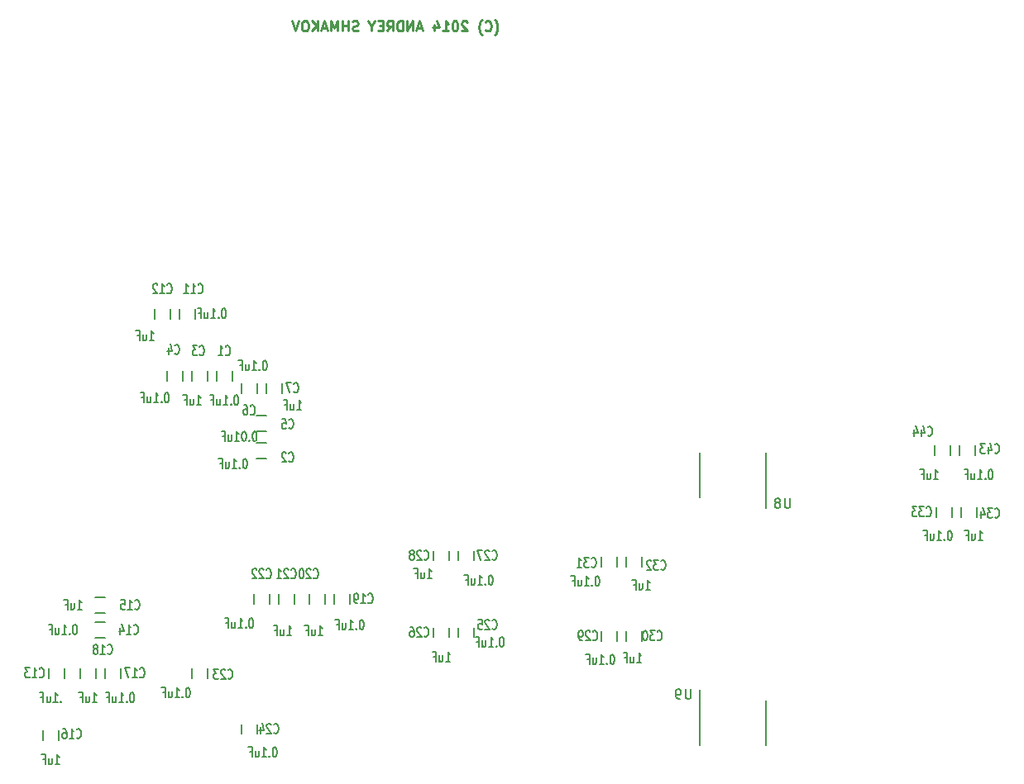
<source format=gbo>
G04 (created by PCBNEW (2013-mar-13)-testing) date Sun 30 Mar 2014 08:45:38 PM PDT*
%MOIN*%
G04 Gerber Fmt 3.4, Leading zero omitted, Abs format*
%FSLAX34Y34*%
G01*
G70*
G90*
G04 APERTURE LIST*
%ADD10C,0.005906*%
%ADD11C,0.010000*%
%ADD12C,0.006000*%
G04 APERTURE END LIST*
G54D10*
G54D11*
X92390Y-20233D02*
X92409Y-20214D01*
X92447Y-20157D01*
X92466Y-20119D01*
X92485Y-20061D01*
X92504Y-19966D01*
X92504Y-19890D01*
X92485Y-19795D01*
X92466Y-19738D01*
X92447Y-19700D01*
X92409Y-19642D01*
X92390Y-19623D01*
X92009Y-20042D02*
X92028Y-20061D01*
X92085Y-20080D01*
X92123Y-20080D01*
X92180Y-20061D01*
X92219Y-20023D01*
X92238Y-19985D01*
X92257Y-19909D01*
X92257Y-19852D01*
X92238Y-19776D01*
X92219Y-19738D01*
X92180Y-19700D01*
X92123Y-19680D01*
X92085Y-19680D01*
X92028Y-19700D01*
X92009Y-19719D01*
X91876Y-20233D02*
X91857Y-20214D01*
X91819Y-20157D01*
X91799Y-20119D01*
X91780Y-20061D01*
X91761Y-19966D01*
X91761Y-19890D01*
X91780Y-19795D01*
X91799Y-19738D01*
X91819Y-19700D01*
X91857Y-19642D01*
X91876Y-19623D01*
X91285Y-19719D02*
X91266Y-19700D01*
X91228Y-19680D01*
X91133Y-19680D01*
X91095Y-19700D01*
X91076Y-19719D01*
X91057Y-19757D01*
X91057Y-19795D01*
X91076Y-19852D01*
X91304Y-20080D01*
X91057Y-20080D01*
X90809Y-19680D02*
X90771Y-19680D01*
X90733Y-19700D01*
X90714Y-19719D01*
X90695Y-19757D01*
X90676Y-19833D01*
X90676Y-19928D01*
X90695Y-20004D01*
X90714Y-20042D01*
X90733Y-20061D01*
X90771Y-20080D01*
X90809Y-20080D01*
X90847Y-20061D01*
X90866Y-20042D01*
X90885Y-20004D01*
X90904Y-19928D01*
X90904Y-19833D01*
X90885Y-19757D01*
X90866Y-19719D01*
X90847Y-19700D01*
X90809Y-19680D01*
X90295Y-20080D02*
X90523Y-20080D01*
X90409Y-20080D02*
X90409Y-19680D01*
X90447Y-19738D01*
X90485Y-19776D01*
X90523Y-19795D01*
X89952Y-19814D02*
X89952Y-20080D01*
X90047Y-19661D02*
X90142Y-19947D01*
X89895Y-19947D01*
X89457Y-19966D02*
X89266Y-19966D01*
X89495Y-20080D02*
X89361Y-19680D01*
X89228Y-20080D01*
X89095Y-20080D02*
X89095Y-19680D01*
X88866Y-20080D01*
X88866Y-19680D01*
X88676Y-20080D02*
X88676Y-19680D01*
X88580Y-19680D01*
X88523Y-19700D01*
X88485Y-19738D01*
X88466Y-19776D01*
X88447Y-19852D01*
X88447Y-19909D01*
X88466Y-19985D01*
X88485Y-20023D01*
X88523Y-20061D01*
X88580Y-20080D01*
X88676Y-20080D01*
X88047Y-20080D02*
X88180Y-19890D01*
X88276Y-20080D02*
X88276Y-19680D01*
X88123Y-19680D01*
X88085Y-19700D01*
X88066Y-19719D01*
X88047Y-19757D01*
X88047Y-19814D01*
X88066Y-19852D01*
X88085Y-19871D01*
X88123Y-19890D01*
X88276Y-19890D01*
X87876Y-19871D02*
X87742Y-19871D01*
X87685Y-20080D02*
X87876Y-20080D01*
X87876Y-19680D01*
X87685Y-19680D01*
X87438Y-19890D02*
X87438Y-20080D01*
X87571Y-19680D02*
X87438Y-19890D01*
X87304Y-19680D01*
X86885Y-20061D02*
X86828Y-20080D01*
X86733Y-20080D01*
X86695Y-20061D01*
X86676Y-20042D01*
X86657Y-20004D01*
X86657Y-19966D01*
X86676Y-19928D01*
X86695Y-19909D01*
X86733Y-19890D01*
X86809Y-19871D01*
X86847Y-19852D01*
X86866Y-19833D01*
X86885Y-19795D01*
X86885Y-19757D01*
X86866Y-19719D01*
X86847Y-19700D01*
X86809Y-19680D01*
X86714Y-19680D01*
X86657Y-19700D01*
X86485Y-20080D02*
X86485Y-19680D01*
X86485Y-19871D02*
X86257Y-19871D01*
X86257Y-20080D02*
X86257Y-19680D01*
X86066Y-20080D02*
X86066Y-19680D01*
X85933Y-19966D01*
X85800Y-19680D01*
X85800Y-20080D01*
X85628Y-19966D02*
X85438Y-19966D01*
X85666Y-20080D02*
X85533Y-19680D01*
X85400Y-20080D01*
X85266Y-20080D02*
X85266Y-19680D01*
X85038Y-20080D02*
X85209Y-19852D01*
X85038Y-19680D02*
X85266Y-19909D01*
X84790Y-19680D02*
X84714Y-19680D01*
X84676Y-19700D01*
X84638Y-19738D01*
X84619Y-19814D01*
X84619Y-19947D01*
X84638Y-20023D01*
X84676Y-20061D01*
X84714Y-20080D01*
X84790Y-20080D01*
X84828Y-20061D01*
X84866Y-20023D01*
X84885Y-19947D01*
X84885Y-19814D01*
X84866Y-19738D01*
X84828Y-19700D01*
X84790Y-19680D01*
X84504Y-19680D02*
X84371Y-20080D01*
X84238Y-19680D01*
G54D10*
X81185Y-34196D02*
X81185Y-33803D01*
X81814Y-34196D02*
X81814Y-33803D01*
X82803Y-36685D02*
X83196Y-36685D01*
X82803Y-37314D02*
X83196Y-37314D01*
X80814Y-33803D02*
X80814Y-34196D01*
X80185Y-33803D02*
X80185Y-34196D01*
X79814Y-33803D02*
X79814Y-34196D01*
X79185Y-33803D02*
X79185Y-34196D01*
X82803Y-35585D02*
X83196Y-35585D01*
X82803Y-36214D02*
X83196Y-36214D01*
X82814Y-34303D02*
X82814Y-34696D01*
X82185Y-34303D02*
X82185Y-34696D01*
X83814Y-34303D02*
X83814Y-34696D01*
X83185Y-34303D02*
X83185Y-34696D01*
X80314Y-31303D02*
X80314Y-31696D01*
X79685Y-31303D02*
X79685Y-31696D01*
X79314Y-31303D02*
X79314Y-31696D01*
X78685Y-31303D02*
X78685Y-31696D01*
X75064Y-45803D02*
X75064Y-46196D01*
X74435Y-45803D02*
X74435Y-46196D01*
X76696Y-44564D02*
X76303Y-44564D01*
X76696Y-43935D02*
X76303Y-43935D01*
X76696Y-43564D02*
X76303Y-43564D01*
X76696Y-42935D02*
X76303Y-42935D01*
X74185Y-48696D02*
X74185Y-48303D01*
X74814Y-48696D02*
X74814Y-48303D01*
X77314Y-45803D02*
X77314Y-46196D01*
X76685Y-45803D02*
X76685Y-46196D01*
X76314Y-45803D02*
X76314Y-46196D01*
X75685Y-45803D02*
X75685Y-46196D01*
X85935Y-43196D02*
X85935Y-42803D01*
X86564Y-43196D02*
X86564Y-42803D01*
X84935Y-43196D02*
X84935Y-42803D01*
X85564Y-43196D02*
X85564Y-42803D01*
X83685Y-43196D02*
X83685Y-42803D01*
X84314Y-43196D02*
X84314Y-42803D01*
X82685Y-43196D02*
X82685Y-42803D01*
X83314Y-43196D02*
X83314Y-42803D01*
X80814Y-45803D02*
X80814Y-46196D01*
X80185Y-45803D02*
X80185Y-46196D01*
X82185Y-48446D02*
X82185Y-48053D01*
X82814Y-48446D02*
X82814Y-48053D01*
X90935Y-44546D02*
X90935Y-44153D01*
X91564Y-44546D02*
X91564Y-44153D01*
X89935Y-44546D02*
X89935Y-44153D01*
X90564Y-44546D02*
X90564Y-44153D01*
X91564Y-41053D02*
X91564Y-41446D01*
X90935Y-41053D02*
X90935Y-41446D01*
X90564Y-41053D02*
X90564Y-41446D01*
X89935Y-41053D02*
X89935Y-41446D01*
X96685Y-44696D02*
X96685Y-44303D01*
X97314Y-44696D02*
X97314Y-44303D01*
X97685Y-44696D02*
X97685Y-44303D01*
X98314Y-44696D02*
X98314Y-44303D01*
X97314Y-41303D02*
X97314Y-41696D01*
X96685Y-41303D02*
X96685Y-41696D01*
X98314Y-41303D02*
X98314Y-41696D01*
X97685Y-41303D02*
X97685Y-41696D01*
X110185Y-39696D02*
X110185Y-39303D01*
X110814Y-39696D02*
X110814Y-39303D01*
X111185Y-39696D02*
X111185Y-39303D01*
X111814Y-39696D02*
X111814Y-39303D01*
X111764Y-36803D02*
X111764Y-37196D01*
X111135Y-36803D02*
X111135Y-37196D01*
X110764Y-36803D02*
X110764Y-37196D01*
X110135Y-36803D02*
X110135Y-37196D01*
X100661Y-37094D02*
X100661Y-38905D01*
X103338Y-37094D02*
X103338Y-39338D01*
X103338Y-48905D02*
X103338Y-47094D01*
X100661Y-48905D02*
X100661Y-46661D01*
G54D12*
X81550Y-33142D02*
X81564Y-33161D01*
X81607Y-33180D01*
X81635Y-33180D01*
X81678Y-33161D01*
X81707Y-33123D01*
X81721Y-33085D01*
X81735Y-33009D01*
X81735Y-32952D01*
X81721Y-32876D01*
X81707Y-32838D01*
X81678Y-32800D01*
X81635Y-32780D01*
X81607Y-32780D01*
X81564Y-32800D01*
X81550Y-32819D01*
X81264Y-33180D02*
X81435Y-33180D01*
X81350Y-33180D02*
X81350Y-32780D01*
X81378Y-32838D01*
X81407Y-32876D01*
X81435Y-32895D01*
X81992Y-34780D02*
X81964Y-34780D01*
X81935Y-34800D01*
X81921Y-34819D01*
X81907Y-34857D01*
X81892Y-34933D01*
X81892Y-35028D01*
X81907Y-35104D01*
X81921Y-35142D01*
X81935Y-35161D01*
X81964Y-35180D01*
X81992Y-35180D01*
X82021Y-35161D01*
X82035Y-35142D01*
X82049Y-35104D01*
X82064Y-35028D01*
X82064Y-34933D01*
X82049Y-34857D01*
X82035Y-34819D01*
X82021Y-34800D01*
X81992Y-34780D01*
X81764Y-35142D02*
X81750Y-35161D01*
X81764Y-35180D01*
X81778Y-35161D01*
X81764Y-35142D01*
X81764Y-35180D01*
X81464Y-35180D02*
X81635Y-35180D01*
X81550Y-35180D02*
X81550Y-34780D01*
X81578Y-34838D01*
X81607Y-34876D01*
X81635Y-34895D01*
X81207Y-34914D02*
X81207Y-35180D01*
X81335Y-34914D02*
X81335Y-35123D01*
X81321Y-35161D01*
X81292Y-35180D01*
X81250Y-35180D01*
X81221Y-35161D01*
X81207Y-35142D01*
X80964Y-34971D02*
X81064Y-34971D01*
X81064Y-35180D02*
X81064Y-34780D01*
X80921Y-34780D01*
X84100Y-37442D02*
X84114Y-37461D01*
X84157Y-37480D01*
X84185Y-37480D01*
X84228Y-37461D01*
X84257Y-37423D01*
X84271Y-37385D01*
X84285Y-37309D01*
X84285Y-37252D01*
X84271Y-37176D01*
X84257Y-37138D01*
X84228Y-37100D01*
X84185Y-37080D01*
X84157Y-37080D01*
X84114Y-37100D01*
X84100Y-37119D01*
X83985Y-37119D02*
X83971Y-37100D01*
X83942Y-37080D01*
X83871Y-37080D01*
X83842Y-37100D01*
X83828Y-37119D01*
X83814Y-37157D01*
X83814Y-37195D01*
X83828Y-37252D01*
X84000Y-37480D01*
X83814Y-37480D01*
X82342Y-37330D02*
X82314Y-37330D01*
X82285Y-37350D01*
X82271Y-37369D01*
X82257Y-37407D01*
X82242Y-37483D01*
X82242Y-37578D01*
X82257Y-37654D01*
X82271Y-37692D01*
X82285Y-37711D01*
X82314Y-37730D01*
X82342Y-37730D01*
X82371Y-37711D01*
X82385Y-37692D01*
X82399Y-37654D01*
X82414Y-37578D01*
X82414Y-37483D01*
X82399Y-37407D01*
X82385Y-37369D01*
X82371Y-37350D01*
X82342Y-37330D01*
X82114Y-37692D02*
X82100Y-37711D01*
X82114Y-37730D01*
X82128Y-37711D01*
X82114Y-37692D01*
X82114Y-37730D01*
X81814Y-37730D02*
X81985Y-37730D01*
X81900Y-37730D02*
X81900Y-37330D01*
X81928Y-37388D01*
X81957Y-37426D01*
X81985Y-37445D01*
X81557Y-37464D02*
X81557Y-37730D01*
X81685Y-37464D02*
X81685Y-37673D01*
X81671Y-37711D01*
X81642Y-37730D01*
X81600Y-37730D01*
X81571Y-37711D01*
X81557Y-37692D01*
X81314Y-37521D02*
X81414Y-37521D01*
X81414Y-37730D02*
X81414Y-37330D01*
X81271Y-37330D01*
X80500Y-33142D02*
X80514Y-33161D01*
X80557Y-33180D01*
X80585Y-33180D01*
X80628Y-33161D01*
X80657Y-33123D01*
X80671Y-33085D01*
X80685Y-33009D01*
X80685Y-32952D01*
X80671Y-32876D01*
X80657Y-32838D01*
X80628Y-32800D01*
X80585Y-32780D01*
X80557Y-32780D01*
X80514Y-32800D01*
X80500Y-32819D01*
X80400Y-32780D02*
X80214Y-32780D01*
X80314Y-32933D01*
X80271Y-32933D01*
X80242Y-32952D01*
X80228Y-32971D01*
X80214Y-33009D01*
X80214Y-33104D01*
X80228Y-33142D01*
X80242Y-33161D01*
X80271Y-33180D01*
X80357Y-33180D01*
X80385Y-33161D01*
X80400Y-33142D01*
X80378Y-35180D02*
X80550Y-35180D01*
X80464Y-35180D02*
X80464Y-34780D01*
X80492Y-34838D01*
X80521Y-34876D01*
X80550Y-34895D01*
X80121Y-34914D02*
X80121Y-35180D01*
X80250Y-34914D02*
X80250Y-35123D01*
X80235Y-35161D01*
X80207Y-35180D01*
X80164Y-35180D01*
X80135Y-35161D01*
X80121Y-35142D01*
X79878Y-34971D02*
X79978Y-34971D01*
X79978Y-35180D02*
X79978Y-34780D01*
X79835Y-34780D01*
X79500Y-33092D02*
X79514Y-33111D01*
X79557Y-33130D01*
X79585Y-33130D01*
X79628Y-33111D01*
X79657Y-33073D01*
X79671Y-33035D01*
X79685Y-32959D01*
X79685Y-32902D01*
X79671Y-32826D01*
X79657Y-32788D01*
X79628Y-32750D01*
X79585Y-32730D01*
X79557Y-32730D01*
X79514Y-32750D01*
X79500Y-32769D01*
X79242Y-32864D02*
X79242Y-33130D01*
X79314Y-32711D02*
X79385Y-32997D01*
X79200Y-32997D01*
X79192Y-34680D02*
X79164Y-34680D01*
X79135Y-34700D01*
X79121Y-34719D01*
X79107Y-34757D01*
X79092Y-34833D01*
X79092Y-34928D01*
X79107Y-35004D01*
X79121Y-35042D01*
X79135Y-35061D01*
X79164Y-35080D01*
X79192Y-35080D01*
X79221Y-35061D01*
X79235Y-35042D01*
X79249Y-35004D01*
X79264Y-34928D01*
X79264Y-34833D01*
X79249Y-34757D01*
X79235Y-34719D01*
X79221Y-34700D01*
X79192Y-34680D01*
X78964Y-35042D02*
X78950Y-35061D01*
X78964Y-35080D01*
X78978Y-35061D01*
X78964Y-35042D01*
X78964Y-35080D01*
X78664Y-35080D02*
X78835Y-35080D01*
X78750Y-35080D02*
X78750Y-34680D01*
X78778Y-34738D01*
X78807Y-34776D01*
X78835Y-34795D01*
X78407Y-34814D02*
X78407Y-35080D01*
X78535Y-34814D02*
X78535Y-35023D01*
X78521Y-35061D01*
X78492Y-35080D01*
X78450Y-35080D01*
X78421Y-35061D01*
X78407Y-35042D01*
X78164Y-34871D02*
X78264Y-34871D01*
X78264Y-35080D02*
X78264Y-34680D01*
X78121Y-34680D01*
X84100Y-36092D02*
X84114Y-36111D01*
X84157Y-36130D01*
X84185Y-36130D01*
X84228Y-36111D01*
X84257Y-36073D01*
X84271Y-36035D01*
X84285Y-35959D01*
X84285Y-35902D01*
X84271Y-35826D01*
X84257Y-35788D01*
X84228Y-35750D01*
X84185Y-35730D01*
X84157Y-35730D01*
X84114Y-35750D01*
X84100Y-35769D01*
X83828Y-35730D02*
X83971Y-35730D01*
X83985Y-35921D01*
X83971Y-35902D01*
X83942Y-35883D01*
X83871Y-35883D01*
X83842Y-35902D01*
X83828Y-35921D01*
X83814Y-35959D01*
X83814Y-36054D01*
X83828Y-36092D01*
X83842Y-36111D01*
X83871Y-36130D01*
X83942Y-36130D01*
X83971Y-36111D01*
X83985Y-36092D01*
X82735Y-36230D02*
X82707Y-36230D01*
X82678Y-36250D01*
X82664Y-36269D01*
X82649Y-36307D01*
X82635Y-36383D01*
X82635Y-36478D01*
X82649Y-36554D01*
X82664Y-36592D01*
X82678Y-36611D01*
X82707Y-36630D01*
X82735Y-36630D01*
X82764Y-36611D01*
X82778Y-36592D01*
X82792Y-36554D01*
X82807Y-36478D01*
X82807Y-36383D01*
X82792Y-36307D01*
X82778Y-36269D01*
X82764Y-36250D01*
X82735Y-36230D01*
X82507Y-36592D02*
X82492Y-36611D01*
X82507Y-36630D01*
X82521Y-36611D01*
X82507Y-36592D01*
X82507Y-36630D01*
X82307Y-36230D02*
X82278Y-36230D01*
X82250Y-36250D01*
X82235Y-36269D01*
X82221Y-36307D01*
X82207Y-36383D01*
X82207Y-36478D01*
X82221Y-36554D01*
X82235Y-36592D01*
X82250Y-36611D01*
X82278Y-36630D01*
X82307Y-36630D01*
X82335Y-36611D01*
X82350Y-36592D01*
X82364Y-36554D01*
X82378Y-36478D01*
X82378Y-36383D01*
X82364Y-36307D01*
X82350Y-36269D01*
X82335Y-36250D01*
X82307Y-36230D01*
X81921Y-36630D02*
X82092Y-36630D01*
X82007Y-36630D02*
X82007Y-36230D01*
X82035Y-36288D01*
X82064Y-36326D01*
X82092Y-36345D01*
X81664Y-36364D02*
X81664Y-36630D01*
X81792Y-36364D02*
X81792Y-36573D01*
X81778Y-36611D01*
X81750Y-36630D01*
X81707Y-36630D01*
X81678Y-36611D01*
X81664Y-36592D01*
X81421Y-36421D02*
X81521Y-36421D01*
X81521Y-36630D02*
X81521Y-36230D01*
X81378Y-36230D01*
X82550Y-35542D02*
X82564Y-35561D01*
X82607Y-35580D01*
X82635Y-35580D01*
X82678Y-35561D01*
X82707Y-35523D01*
X82721Y-35485D01*
X82735Y-35409D01*
X82735Y-35352D01*
X82721Y-35276D01*
X82707Y-35238D01*
X82678Y-35200D01*
X82635Y-35180D01*
X82607Y-35180D01*
X82564Y-35200D01*
X82550Y-35219D01*
X82292Y-35180D02*
X82350Y-35180D01*
X82378Y-35200D01*
X82392Y-35219D01*
X82421Y-35276D01*
X82435Y-35352D01*
X82435Y-35504D01*
X82421Y-35542D01*
X82407Y-35561D01*
X82378Y-35580D01*
X82321Y-35580D01*
X82292Y-35561D01*
X82278Y-35542D01*
X82264Y-35504D01*
X82264Y-35409D01*
X82278Y-35371D01*
X82292Y-35352D01*
X82321Y-35333D01*
X82378Y-35333D01*
X82407Y-35352D01*
X82421Y-35371D01*
X82435Y-35409D01*
X83142Y-33380D02*
X83114Y-33380D01*
X83085Y-33400D01*
X83071Y-33419D01*
X83057Y-33457D01*
X83042Y-33533D01*
X83042Y-33628D01*
X83057Y-33704D01*
X83071Y-33742D01*
X83085Y-33761D01*
X83114Y-33780D01*
X83142Y-33780D01*
X83171Y-33761D01*
X83185Y-33742D01*
X83199Y-33704D01*
X83214Y-33628D01*
X83214Y-33533D01*
X83199Y-33457D01*
X83185Y-33419D01*
X83171Y-33400D01*
X83142Y-33380D01*
X82914Y-33742D02*
X82900Y-33761D01*
X82914Y-33780D01*
X82928Y-33761D01*
X82914Y-33742D01*
X82914Y-33780D01*
X82614Y-33780D02*
X82785Y-33780D01*
X82700Y-33780D02*
X82700Y-33380D01*
X82728Y-33438D01*
X82757Y-33476D01*
X82785Y-33495D01*
X82357Y-33514D02*
X82357Y-33780D01*
X82485Y-33514D02*
X82485Y-33723D01*
X82471Y-33761D01*
X82442Y-33780D01*
X82400Y-33780D01*
X82371Y-33761D01*
X82357Y-33742D01*
X82114Y-33571D02*
X82214Y-33571D01*
X82214Y-33780D02*
X82214Y-33380D01*
X82071Y-33380D01*
X84300Y-34642D02*
X84314Y-34661D01*
X84357Y-34680D01*
X84385Y-34680D01*
X84428Y-34661D01*
X84457Y-34623D01*
X84471Y-34585D01*
X84485Y-34509D01*
X84485Y-34452D01*
X84471Y-34376D01*
X84457Y-34338D01*
X84428Y-34300D01*
X84385Y-34280D01*
X84357Y-34280D01*
X84314Y-34300D01*
X84300Y-34319D01*
X84200Y-34280D02*
X84000Y-34280D01*
X84128Y-34680D01*
X84428Y-35380D02*
X84600Y-35380D01*
X84514Y-35380D02*
X84514Y-34980D01*
X84542Y-35038D01*
X84571Y-35076D01*
X84600Y-35095D01*
X84171Y-35114D02*
X84171Y-35380D01*
X84300Y-35114D02*
X84300Y-35323D01*
X84285Y-35361D01*
X84257Y-35380D01*
X84214Y-35380D01*
X84185Y-35361D01*
X84171Y-35342D01*
X83928Y-35171D02*
X84028Y-35171D01*
X84028Y-35380D02*
X84028Y-34980D01*
X83885Y-34980D01*
X80442Y-30642D02*
X80457Y-30661D01*
X80500Y-30680D01*
X80528Y-30680D01*
X80571Y-30661D01*
X80600Y-30623D01*
X80614Y-30585D01*
X80628Y-30509D01*
X80628Y-30452D01*
X80614Y-30376D01*
X80600Y-30338D01*
X80571Y-30300D01*
X80528Y-30280D01*
X80500Y-30280D01*
X80457Y-30300D01*
X80442Y-30319D01*
X80157Y-30680D02*
X80328Y-30680D01*
X80242Y-30680D02*
X80242Y-30280D01*
X80271Y-30338D01*
X80300Y-30376D01*
X80328Y-30395D01*
X79871Y-30680D02*
X80042Y-30680D01*
X79957Y-30680D02*
X79957Y-30280D01*
X79985Y-30338D01*
X80014Y-30376D01*
X80042Y-30395D01*
X81492Y-31280D02*
X81464Y-31280D01*
X81435Y-31300D01*
X81421Y-31319D01*
X81407Y-31357D01*
X81392Y-31433D01*
X81392Y-31528D01*
X81407Y-31604D01*
X81421Y-31642D01*
X81435Y-31661D01*
X81464Y-31680D01*
X81492Y-31680D01*
X81521Y-31661D01*
X81535Y-31642D01*
X81549Y-31604D01*
X81564Y-31528D01*
X81564Y-31433D01*
X81549Y-31357D01*
X81535Y-31319D01*
X81521Y-31300D01*
X81492Y-31280D01*
X81264Y-31642D02*
X81250Y-31661D01*
X81264Y-31680D01*
X81278Y-31661D01*
X81264Y-31642D01*
X81264Y-31680D01*
X80964Y-31680D02*
X81135Y-31680D01*
X81050Y-31680D02*
X81050Y-31280D01*
X81078Y-31338D01*
X81107Y-31376D01*
X81135Y-31395D01*
X80707Y-31414D02*
X80707Y-31680D01*
X80835Y-31414D02*
X80835Y-31623D01*
X80821Y-31661D01*
X80792Y-31680D01*
X80750Y-31680D01*
X80721Y-31661D01*
X80707Y-31642D01*
X80464Y-31471D02*
X80564Y-31471D01*
X80564Y-31680D02*
X80564Y-31280D01*
X80421Y-31280D01*
X79192Y-30642D02*
X79207Y-30661D01*
X79250Y-30680D01*
X79278Y-30680D01*
X79321Y-30661D01*
X79350Y-30623D01*
X79364Y-30585D01*
X79378Y-30509D01*
X79378Y-30452D01*
X79364Y-30376D01*
X79350Y-30338D01*
X79321Y-30300D01*
X79278Y-30280D01*
X79250Y-30280D01*
X79207Y-30300D01*
X79192Y-30319D01*
X78907Y-30680D02*
X79078Y-30680D01*
X78992Y-30680D02*
X78992Y-30280D01*
X79021Y-30338D01*
X79050Y-30376D01*
X79078Y-30395D01*
X78792Y-30319D02*
X78778Y-30300D01*
X78750Y-30280D01*
X78678Y-30280D01*
X78650Y-30300D01*
X78635Y-30319D01*
X78621Y-30357D01*
X78621Y-30395D01*
X78635Y-30452D01*
X78807Y-30680D01*
X78621Y-30680D01*
X78478Y-32580D02*
X78650Y-32580D01*
X78564Y-32580D02*
X78564Y-32180D01*
X78592Y-32238D01*
X78621Y-32276D01*
X78650Y-32295D01*
X78221Y-32314D02*
X78221Y-32580D01*
X78350Y-32314D02*
X78350Y-32523D01*
X78335Y-32561D01*
X78307Y-32580D01*
X78264Y-32580D01*
X78235Y-32561D01*
X78221Y-32542D01*
X77978Y-32371D02*
X78078Y-32371D01*
X78078Y-32580D02*
X78078Y-32180D01*
X77935Y-32180D01*
X74042Y-46142D02*
X74057Y-46161D01*
X74100Y-46180D01*
X74128Y-46180D01*
X74171Y-46161D01*
X74200Y-46123D01*
X74214Y-46085D01*
X74228Y-46009D01*
X74228Y-45952D01*
X74214Y-45876D01*
X74200Y-45838D01*
X74171Y-45800D01*
X74128Y-45780D01*
X74100Y-45780D01*
X74057Y-45800D01*
X74042Y-45819D01*
X73757Y-46180D02*
X73928Y-46180D01*
X73842Y-46180D02*
X73842Y-45780D01*
X73871Y-45838D01*
X73900Y-45876D01*
X73928Y-45895D01*
X73657Y-45780D02*
X73471Y-45780D01*
X73571Y-45933D01*
X73528Y-45933D01*
X73500Y-45952D01*
X73485Y-45971D01*
X73471Y-46009D01*
X73471Y-46104D01*
X73485Y-46142D01*
X73500Y-46161D01*
X73528Y-46180D01*
X73614Y-46180D01*
X73642Y-46161D01*
X73657Y-46142D01*
X74907Y-47142D02*
X74892Y-47161D01*
X74907Y-47180D01*
X74921Y-47161D01*
X74907Y-47142D01*
X74907Y-47180D01*
X74607Y-47180D02*
X74778Y-47180D01*
X74692Y-47180D02*
X74692Y-46780D01*
X74721Y-46838D01*
X74750Y-46876D01*
X74778Y-46895D01*
X74350Y-46914D02*
X74350Y-47180D01*
X74478Y-46914D02*
X74478Y-47123D01*
X74464Y-47161D01*
X74435Y-47180D01*
X74392Y-47180D01*
X74364Y-47161D01*
X74350Y-47142D01*
X74107Y-46971D02*
X74207Y-46971D01*
X74207Y-47180D02*
X74207Y-46780D01*
X74064Y-46780D01*
X77842Y-44392D02*
X77857Y-44411D01*
X77900Y-44430D01*
X77928Y-44430D01*
X77971Y-44411D01*
X78000Y-44373D01*
X78014Y-44335D01*
X78028Y-44259D01*
X78028Y-44202D01*
X78014Y-44126D01*
X78000Y-44088D01*
X77971Y-44050D01*
X77928Y-44030D01*
X77900Y-44030D01*
X77857Y-44050D01*
X77842Y-44069D01*
X77557Y-44430D02*
X77728Y-44430D01*
X77642Y-44430D02*
X77642Y-44030D01*
X77671Y-44088D01*
X77700Y-44126D01*
X77728Y-44145D01*
X77300Y-44164D02*
X77300Y-44430D01*
X77371Y-44011D02*
X77442Y-44297D01*
X77257Y-44297D01*
X75492Y-44030D02*
X75464Y-44030D01*
X75435Y-44050D01*
X75421Y-44069D01*
X75407Y-44107D01*
X75392Y-44183D01*
X75392Y-44278D01*
X75407Y-44354D01*
X75421Y-44392D01*
X75435Y-44411D01*
X75464Y-44430D01*
X75492Y-44430D01*
X75521Y-44411D01*
X75535Y-44392D01*
X75549Y-44354D01*
X75564Y-44278D01*
X75564Y-44183D01*
X75549Y-44107D01*
X75535Y-44069D01*
X75521Y-44050D01*
X75492Y-44030D01*
X75264Y-44392D02*
X75250Y-44411D01*
X75264Y-44430D01*
X75278Y-44411D01*
X75264Y-44392D01*
X75264Y-44430D01*
X74964Y-44430D02*
X75135Y-44430D01*
X75050Y-44430D02*
X75050Y-44030D01*
X75078Y-44088D01*
X75107Y-44126D01*
X75135Y-44145D01*
X74707Y-44164D02*
X74707Y-44430D01*
X74835Y-44164D02*
X74835Y-44373D01*
X74821Y-44411D01*
X74792Y-44430D01*
X74750Y-44430D01*
X74721Y-44411D01*
X74707Y-44392D01*
X74464Y-44221D02*
X74564Y-44221D01*
X74564Y-44430D02*
X74564Y-44030D01*
X74421Y-44030D01*
X77892Y-43392D02*
X77907Y-43411D01*
X77950Y-43430D01*
X77978Y-43430D01*
X78021Y-43411D01*
X78050Y-43373D01*
X78064Y-43335D01*
X78078Y-43259D01*
X78078Y-43202D01*
X78064Y-43126D01*
X78050Y-43088D01*
X78021Y-43050D01*
X77978Y-43030D01*
X77950Y-43030D01*
X77907Y-43050D01*
X77892Y-43069D01*
X77607Y-43430D02*
X77778Y-43430D01*
X77692Y-43430D02*
X77692Y-43030D01*
X77721Y-43088D01*
X77750Y-43126D01*
X77778Y-43145D01*
X77335Y-43030D02*
X77478Y-43030D01*
X77492Y-43221D01*
X77478Y-43202D01*
X77450Y-43183D01*
X77378Y-43183D01*
X77350Y-43202D01*
X77335Y-43221D01*
X77321Y-43259D01*
X77321Y-43354D01*
X77335Y-43392D01*
X77350Y-43411D01*
X77378Y-43430D01*
X77450Y-43430D01*
X77478Y-43411D01*
X77492Y-43392D01*
X75578Y-43430D02*
X75750Y-43430D01*
X75664Y-43430D02*
X75664Y-43030D01*
X75692Y-43088D01*
X75721Y-43126D01*
X75750Y-43145D01*
X75321Y-43164D02*
X75321Y-43430D01*
X75450Y-43164D02*
X75450Y-43373D01*
X75435Y-43411D01*
X75407Y-43430D01*
X75364Y-43430D01*
X75335Y-43411D01*
X75321Y-43392D01*
X75078Y-43221D02*
X75178Y-43221D01*
X75178Y-43430D02*
X75178Y-43030D01*
X75035Y-43030D01*
X75542Y-48592D02*
X75557Y-48611D01*
X75600Y-48630D01*
X75628Y-48630D01*
X75671Y-48611D01*
X75700Y-48573D01*
X75714Y-48535D01*
X75728Y-48459D01*
X75728Y-48402D01*
X75714Y-48326D01*
X75700Y-48288D01*
X75671Y-48250D01*
X75628Y-48230D01*
X75600Y-48230D01*
X75557Y-48250D01*
X75542Y-48269D01*
X75257Y-48630D02*
X75428Y-48630D01*
X75342Y-48630D02*
X75342Y-48230D01*
X75371Y-48288D01*
X75400Y-48326D01*
X75428Y-48345D01*
X75000Y-48230D02*
X75057Y-48230D01*
X75085Y-48250D01*
X75100Y-48269D01*
X75128Y-48326D01*
X75142Y-48402D01*
X75142Y-48554D01*
X75128Y-48592D01*
X75114Y-48611D01*
X75085Y-48630D01*
X75028Y-48630D01*
X75000Y-48611D01*
X74985Y-48592D01*
X74971Y-48554D01*
X74971Y-48459D01*
X74985Y-48421D01*
X75000Y-48402D01*
X75028Y-48383D01*
X75085Y-48383D01*
X75114Y-48402D01*
X75128Y-48421D01*
X75142Y-48459D01*
X74678Y-49680D02*
X74850Y-49680D01*
X74764Y-49680D02*
X74764Y-49280D01*
X74792Y-49338D01*
X74821Y-49376D01*
X74850Y-49395D01*
X74421Y-49414D02*
X74421Y-49680D01*
X74550Y-49414D02*
X74550Y-49623D01*
X74535Y-49661D01*
X74507Y-49680D01*
X74464Y-49680D01*
X74435Y-49661D01*
X74421Y-49642D01*
X74178Y-49471D02*
X74278Y-49471D01*
X74278Y-49680D02*
X74278Y-49280D01*
X74135Y-49280D01*
X78092Y-46142D02*
X78107Y-46161D01*
X78150Y-46180D01*
X78178Y-46180D01*
X78221Y-46161D01*
X78250Y-46123D01*
X78264Y-46085D01*
X78278Y-46009D01*
X78278Y-45952D01*
X78264Y-45876D01*
X78250Y-45838D01*
X78221Y-45800D01*
X78178Y-45780D01*
X78150Y-45780D01*
X78107Y-45800D01*
X78092Y-45819D01*
X77807Y-46180D02*
X77978Y-46180D01*
X77892Y-46180D02*
X77892Y-45780D01*
X77921Y-45838D01*
X77950Y-45876D01*
X77978Y-45895D01*
X77707Y-45780D02*
X77507Y-45780D01*
X77635Y-46180D01*
X77792Y-46780D02*
X77764Y-46780D01*
X77735Y-46800D01*
X77721Y-46819D01*
X77707Y-46857D01*
X77692Y-46933D01*
X77692Y-47028D01*
X77707Y-47104D01*
X77721Y-47142D01*
X77735Y-47161D01*
X77764Y-47180D01*
X77792Y-47180D01*
X77821Y-47161D01*
X77835Y-47142D01*
X77849Y-47104D01*
X77864Y-47028D01*
X77864Y-46933D01*
X77849Y-46857D01*
X77835Y-46819D01*
X77821Y-46800D01*
X77792Y-46780D01*
X77564Y-47142D02*
X77550Y-47161D01*
X77564Y-47180D01*
X77578Y-47161D01*
X77564Y-47142D01*
X77564Y-47180D01*
X77264Y-47180D02*
X77435Y-47180D01*
X77350Y-47180D02*
X77350Y-46780D01*
X77378Y-46838D01*
X77407Y-46876D01*
X77435Y-46895D01*
X77007Y-46914D02*
X77007Y-47180D01*
X77135Y-46914D02*
X77135Y-47123D01*
X77121Y-47161D01*
X77092Y-47180D01*
X77050Y-47180D01*
X77021Y-47161D01*
X77007Y-47142D01*
X76764Y-46971D02*
X76864Y-46971D01*
X76864Y-47180D02*
X76864Y-46780D01*
X76721Y-46780D01*
X76792Y-45192D02*
X76807Y-45211D01*
X76850Y-45230D01*
X76878Y-45230D01*
X76921Y-45211D01*
X76950Y-45173D01*
X76964Y-45135D01*
X76978Y-45059D01*
X76978Y-45002D01*
X76964Y-44926D01*
X76950Y-44888D01*
X76921Y-44850D01*
X76878Y-44830D01*
X76850Y-44830D01*
X76807Y-44850D01*
X76792Y-44869D01*
X76507Y-45230D02*
X76678Y-45230D01*
X76592Y-45230D02*
X76592Y-44830D01*
X76621Y-44888D01*
X76650Y-44926D01*
X76678Y-44945D01*
X76335Y-45002D02*
X76364Y-44983D01*
X76378Y-44964D01*
X76392Y-44926D01*
X76392Y-44907D01*
X76378Y-44869D01*
X76364Y-44850D01*
X76335Y-44830D01*
X76278Y-44830D01*
X76250Y-44850D01*
X76235Y-44869D01*
X76221Y-44907D01*
X76221Y-44926D01*
X76235Y-44964D01*
X76250Y-44983D01*
X76278Y-45002D01*
X76335Y-45002D01*
X76364Y-45021D01*
X76378Y-45040D01*
X76392Y-45078D01*
X76392Y-45154D01*
X76378Y-45192D01*
X76364Y-45211D01*
X76335Y-45230D01*
X76278Y-45230D01*
X76250Y-45211D01*
X76235Y-45192D01*
X76221Y-45154D01*
X76221Y-45078D01*
X76235Y-45040D01*
X76250Y-45021D01*
X76278Y-45002D01*
X76178Y-47180D02*
X76350Y-47180D01*
X76264Y-47180D02*
X76264Y-46780D01*
X76292Y-46838D01*
X76321Y-46876D01*
X76350Y-46895D01*
X75921Y-46914D02*
X75921Y-47180D01*
X76050Y-46914D02*
X76050Y-47123D01*
X76035Y-47161D01*
X76007Y-47180D01*
X75964Y-47180D01*
X75935Y-47161D01*
X75921Y-47142D01*
X75678Y-46971D02*
X75778Y-46971D01*
X75778Y-47180D02*
X75778Y-46780D01*
X75635Y-46780D01*
X87292Y-43142D02*
X87307Y-43161D01*
X87350Y-43180D01*
X87378Y-43180D01*
X87421Y-43161D01*
X87450Y-43123D01*
X87464Y-43085D01*
X87478Y-43009D01*
X87478Y-42952D01*
X87464Y-42876D01*
X87450Y-42838D01*
X87421Y-42800D01*
X87378Y-42780D01*
X87350Y-42780D01*
X87307Y-42800D01*
X87292Y-42819D01*
X87007Y-43180D02*
X87178Y-43180D01*
X87092Y-43180D02*
X87092Y-42780D01*
X87121Y-42838D01*
X87150Y-42876D01*
X87178Y-42895D01*
X86864Y-43180D02*
X86807Y-43180D01*
X86778Y-43161D01*
X86764Y-43142D01*
X86735Y-43085D01*
X86721Y-43009D01*
X86721Y-42857D01*
X86735Y-42819D01*
X86750Y-42800D01*
X86778Y-42780D01*
X86835Y-42780D01*
X86864Y-42800D01*
X86878Y-42819D01*
X86892Y-42857D01*
X86892Y-42952D01*
X86878Y-42990D01*
X86864Y-43009D01*
X86835Y-43028D01*
X86778Y-43028D01*
X86750Y-43009D01*
X86735Y-42990D01*
X86721Y-42952D01*
X87042Y-43830D02*
X87014Y-43830D01*
X86985Y-43850D01*
X86971Y-43869D01*
X86957Y-43907D01*
X86942Y-43983D01*
X86942Y-44078D01*
X86957Y-44154D01*
X86971Y-44192D01*
X86985Y-44211D01*
X87014Y-44230D01*
X87042Y-44230D01*
X87071Y-44211D01*
X87085Y-44192D01*
X87099Y-44154D01*
X87114Y-44078D01*
X87114Y-43983D01*
X87099Y-43907D01*
X87085Y-43869D01*
X87071Y-43850D01*
X87042Y-43830D01*
X86814Y-44192D02*
X86800Y-44211D01*
X86814Y-44230D01*
X86828Y-44211D01*
X86814Y-44192D01*
X86814Y-44230D01*
X86514Y-44230D02*
X86685Y-44230D01*
X86600Y-44230D02*
X86600Y-43830D01*
X86628Y-43888D01*
X86657Y-43926D01*
X86685Y-43945D01*
X86257Y-43964D02*
X86257Y-44230D01*
X86385Y-43964D02*
X86385Y-44173D01*
X86371Y-44211D01*
X86342Y-44230D01*
X86300Y-44230D01*
X86271Y-44211D01*
X86257Y-44192D01*
X86014Y-44021D02*
X86114Y-44021D01*
X86114Y-44230D02*
X86114Y-43830D01*
X85971Y-43830D01*
X85092Y-42142D02*
X85107Y-42161D01*
X85150Y-42180D01*
X85178Y-42180D01*
X85221Y-42161D01*
X85250Y-42123D01*
X85264Y-42085D01*
X85278Y-42009D01*
X85278Y-41952D01*
X85264Y-41876D01*
X85250Y-41838D01*
X85221Y-41800D01*
X85178Y-41780D01*
X85150Y-41780D01*
X85107Y-41800D01*
X85092Y-41819D01*
X84978Y-41819D02*
X84964Y-41800D01*
X84935Y-41780D01*
X84864Y-41780D01*
X84835Y-41800D01*
X84821Y-41819D01*
X84807Y-41857D01*
X84807Y-41895D01*
X84821Y-41952D01*
X84992Y-42180D01*
X84807Y-42180D01*
X84621Y-41780D02*
X84592Y-41780D01*
X84564Y-41800D01*
X84550Y-41819D01*
X84535Y-41857D01*
X84521Y-41933D01*
X84521Y-42028D01*
X84535Y-42104D01*
X84550Y-42142D01*
X84564Y-42161D01*
X84592Y-42180D01*
X84621Y-42180D01*
X84650Y-42161D01*
X84664Y-42142D01*
X84678Y-42104D01*
X84692Y-42028D01*
X84692Y-41933D01*
X84678Y-41857D01*
X84664Y-41819D01*
X84650Y-41800D01*
X84621Y-41780D01*
X85278Y-44480D02*
X85450Y-44480D01*
X85364Y-44480D02*
X85364Y-44080D01*
X85392Y-44138D01*
X85421Y-44176D01*
X85450Y-44195D01*
X85021Y-44214D02*
X85021Y-44480D01*
X85150Y-44214D02*
X85150Y-44423D01*
X85135Y-44461D01*
X85107Y-44480D01*
X85064Y-44480D01*
X85035Y-44461D01*
X85021Y-44442D01*
X84778Y-44271D02*
X84878Y-44271D01*
X84878Y-44480D02*
X84878Y-44080D01*
X84735Y-44080D01*
X84192Y-42142D02*
X84207Y-42161D01*
X84250Y-42180D01*
X84278Y-42180D01*
X84321Y-42161D01*
X84350Y-42123D01*
X84364Y-42085D01*
X84378Y-42009D01*
X84378Y-41952D01*
X84364Y-41876D01*
X84350Y-41838D01*
X84321Y-41800D01*
X84278Y-41780D01*
X84250Y-41780D01*
X84207Y-41800D01*
X84192Y-41819D01*
X84078Y-41819D02*
X84064Y-41800D01*
X84035Y-41780D01*
X83964Y-41780D01*
X83935Y-41800D01*
X83921Y-41819D01*
X83907Y-41857D01*
X83907Y-41895D01*
X83921Y-41952D01*
X84092Y-42180D01*
X83907Y-42180D01*
X83621Y-42180D02*
X83792Y-42180D01*
X83707Y-42180D02*
X83707Y-41780D01*
X83735Y-41838D01*
X83764Y-41876D01*
X83792Y-41895D01*
X84028Y-44480D02*
X84200Y-44480D01*
X84114Y-44480D02*
X84114Y-44080D01*
X84142Y-44138D01*
X84171Y-44176D01*
X84200Y-44195D01*
X83771Y-44214D02*
X83771Y-44480D01*
X83900Y-44214D02*
X83900Y-44423D01*
X83885Y-44461D01*
X83857Y-44480D01*
X83814Y-44480D01*
X83785Y-44461D01*
X83771Y-44442D01*
X83528Y-44271D02*
X83628Y-44271D01*
X83628Y-44480D02*
X83628Y-44080D01*
X83485Y-44080D01*
X83192Y-42142D02*
X83207Y-42161D01*
X83250Y-42180D01*
X83278Y-42180D01*
X83321Y-42161D01*
X83350Y-42123D01*
X83364Y-42085D01*
X83378Y-42009D01*
X83378Y-41952D01*
X83364Y-41876D01*
X83350Y-41838D01*
X83321Y-41800D01*
X83278Y-41780D01*
X83250Y-41780D01*
X83207Y-41800D01*
X83192Y-41819D01*
X83078Y-41819D02*
X83064Y-41800D01*
X83035Y-41780D01*
X82964Y-41780D01*
X82935Y-41800D01*
X82921Y-41819D01*
X82907Y-41857D01*
X82907Y-41895D01*
X82921Y-41952D01*
X83092Y-42180D01*
X82907Y-42180D01*
X82792Y-41819D02*
X82778Y-41800D01*
X82750Y-41780D01*
X82678Y-41780D01*
X82650Y-41800D01*
X82635Y-41819D01*
X82621Y-41857D01*
X82621Y-41895D01*
X82635Y-41952D01*
X82807Y-42180D01*
X82621Y-42180D01*
X82592Y-43780D02*
X82564Y-43780D01*
X82535Y-43800D01*
X82521Y-43819D01*
X82507Y-43857D01*
X82492Y-43933D01*
X82492Y-44028D01*
X82507Y-44104D01*
X82521Y-44142D01*
X82535Y-44161D01*
X82564Y-44180D01*
X82592Y-44180D01*
X82621Y-44161D01*
X82635Y-44142D01*
X82649Y-44104D01*
X82664Y-44028D01*
X82664Y-43933D01*
X82649Y-43857D01*
X82635Y-43819D01*
X82621Y-43800D01*
X82592Y-43780D01*
X82364Y-44142D02*
X82350Y-44161D01*
X82364Y-44180D01*
X82378Y-44161D01*
X82364Y-44142D01*
X82364Y-44180D01*
X82064Y-44180D02*
X82235Y-44180D01*
X82150Y-44180D02*
X82150Y-43780D01*
X82178Y-43838D01*
X82207Y-43876D01*
X82235Y-43895D01*
X81807Y-43914D02*
X81807Y-44180D01*
X81935Y-43914D02*
X81935Y-44123D01*
X81921Y-44161D01*
X81892Y-44180D01*
X81850Y-44180D01*
X81821Y-44161D01*
X81807Y-44142D01*
X81564Y-43971D02*
X81664Y-43971D01*
X81664Y-44180D02*
X81664Y-43780D01*
X81521Y-43780D01*
X81642Y-46192D02*
X81657Y-46211D01*
X81700Y-46230D01*
X81728Y-46230D01*
X81771Y-46211D01*
X81800Y-46173D01*
X81814Y-46135D01*
X81828Y-46059D01*
X81828Y-46002D01*
X81814Y-45926D01*
X81800Y-45888D01*
X81771Y-45850D01*
X81728Y-45830D01*
X81700Y-45830D01*
X81657Y-45850D01*
X81642Y-45869D01*
X81528Y-45869D02*
X81514Y-45850D01*
X81485Y-45830D01*
X81414Y-45830D01*
X81385Y-45850D01*
X81371Y-45869D01*
X81357Y-45907D01*
X81357Y-45945D01*
X81371Y-46002D01*
X81542Y-46230D01*
X81357Y-46230D01*
X81257Y-45830D02*
X81071Y-45830D01*
X81171Y-45983D01*
X81128Y-45983D01*
X81100Y-46002D01*
X81085Y-46021D01*
X81071Y-46059D01*
X81071Y-46154D01*
X81085Y-46192D01*
X81100Y-46211D01*
X81128Y-46230D01*
X81214Y-46230D01*
X81242Y-46211D01*
X81257Y-46192D01*
X80042Y-46580D02*
X80014Y-46580D01*
X79985Y-46600D01*
X79971Y-46619D01*
X79957Y-46657D01*
X79942Y-46733D01*
X79942Y-46828D01*
X79957Y-46904D01*
X79971Y-46942D01*
X79985Y-46961D01*
X80014Y-46980D01*
X80042Y-46980D01*
X80071Y-46961D01*
X80085Y-46942D01*
X80099Y-46904D01*
X80114Y-46828D01*
X80114Y-46733D01*
X80099Y-46657D01*
X80085Y-46619D01*
X80071Y-46600D01*
X80042Y-46580D01*
X79814Y-46942D02*
X79800Y-46961D01*
X79814Y-46980D01*
X79828Y-46961D01*
X79814Y-46942D01*
X79814Y-46980D01*
X79514Y-46980D02*
X79685Y-46980D01*
X79600Y-46980D02*
X79600Y-46580D01*
X79628Y-46638D01*
X79657Y-46676D01*
X79685Y-46695D01*
X79257Y-46714D02*
X79257Y-46980D01*
X79385Y-46714D02*
X79385Y-46923D01*
X79371Y-46961D01*
X79342Y-46980D01*
X79300Y-46980D01*
X79271Y-46961D01*
X79257Y-46942D01*
X79014Y-46771D02*
X79114Y-46771D01*
X79114Y-46980D02*
X79114Y-46580D01*
X78971Y-46580D01*
X83492Y-48392D02*
X83507Y-48411D01*
X83550Y-48430D01*
X83578Y-48430D01*
X83621Y-48411D01*
X83650Y-48373D01*
X83664Y-48335D01*
X83678Y-48259D01*
X83678Y-48202D01*
X83664Y-48126D01*
X83650Y-48088D01*
X83621Y-48050D01*
X83578Y-48030D01*
X83550Y-48030D01*
X83507Y-48050D01*
X83492Y-48069D01*
X83378Y-48069D02*
X83364Y-48050D01*
X83335Y-48030D01*
X83264Y-48030D01*
X83235Y-48050D01*
X83221Y-48069D01*
X83207Y-48107D01*
X83207Y-48145D01*
X83221Y-48202D01*
X83392Y-48430D01*
X83207Y-48430D01*
X82950Y-48164D02*
X82950Y-48430D01*
X83021Y-48011D02*
X83092Y-48297D01*
X82907Y-48297D01*
X83542Y-48980D02*
X83514Y-48980D01*
X83485Y-49000D01*
X83471Y-49019D01*
X83457Y-49057D01*
X83442Y-49133D01*
X83442Y-49228D01*
X83457Y-49304D01*
X83471Y-49342D01*
X83485Y-49361D01*
X83514Y-49380D01*
X83542Y-49380D01*
X83571Y-49361D01*
X83585Y-49342D01*
X83599Y-49304D01*
X83614Y-49228D01*
X83614Y-49133D01*
X83599Y-49057D01*
X83585Y-49019D01*
X83571Y-49000D01*
X83542Y-48980D01*
X83314Y-49342D02*
X83300Y-49361D01*
X83314Y-49380D01*
X83328Y-49361D01*
X83314Y-49342D01*
X83314Y-49380D01*
X83014Y-49380D02*
X83185Y-49380D01*
X83100Y-49380D02*
X83100Y-48980D01*
X83128Y-49038D01*
X83157Y-49076D01*
X83185Y-49095D01*
X82757Y-49114D02*
X82757Y-49380D01*
X82885Y-49114D02*
X82885Y-49323D01*
X82871Y-49361D01*
X82842Y-49380D01*
X82800Y-49380D01*
X82771Y-49361D01*
X82757Y-49342D01*
X82514Y-49171D02*
X82614Y-49171D01*
X82614Y-49380D02*
X82614Y-48980D01*
X82471Y-48980D01*
X92292Y-44192D02*
X92307Y-44211D01*
X92350Y-44230D01*
X92378Y-44230D01*
X92421Y-44211D01*
X92450Y-44173D01*
X92464Y-44135D01*
X92478Y-44059D01*
X92478Y-44002D01*
X92464Y-43926D01*
X92450Y-43888D01*
X92421Y-43850D01*
X92378Y-43830D01*
X92350Y-43830D01*
X92307Y-43850D01*
X92292Y-43869D01*
X92178Y-43869D02*
X92164Y-43850D01*
X92135Y-43830D01*
X92064Y-43830D01*
X92035Y-43850D01*
X92021Y-43869D01*
X92007Y-43907D01*
X92007Y-43945D01*
X92021Y-44002D01*
X92192Y-44230D01*
X92007Y-44230D01*
X91735Y-43830D02*
X91878Y-43830D01*
X91892Y-44021D01*
X91878Y-44002D01*
X91850Y-43983D01*
X91778Y-43983D01*
X91750Y-44002D01*
X91735Y-44021D01*
X91721Y-44059D01*
X91721Y-44154D01*
X91735Y-44192D01*
X91750Y-44211D01*
X91778Y-44230D01*
X91850Y-44230D01*
X91878Y-44211D01*
X91892Y-44192D01*
X92692Y-44530D02*
X92664Y-44530D01*
X92635Y-44550D01*
X92621Y-44569D01*
X92607Y-44607D01*
X92592Y-44683D01*
X92592Y-44778D01*
X92607Y-44854D01*
X92621Y-44892D01*
X92635Y-44911D01*
X92664Y-44930D01*
X92692Y-44930D01*
X92721Y-44911D01*
X92735Y-44892D01*
X92749Y-44854D01*
X92764Y-44778D01*
X92764Y-44683D01*
X92749Y-44607D01*
X92735Y-44569D01*
X92721Y-44550D01*
X92692Y-44530D01*
X92464Y-44892D02*
X92450Y-44911D01*
X92464Y-44930D01*
X92478Y-44911D01*
X92464Y-44892D01*
X92464Y-44930D01*
X92164Y-44930D02*
X92335Y-44930D01*
X92250Y-44930D02*
X92250Y-44530D01*
X92278Y-44588D01*
X92307Y-44626D01*
X92335Y-44645D01*
X91907Y-44664D02*
X91907Y-44930D01*
X92035Y-44664D02*
X92035Y-44873D01*
X92021Y-44911D01*
X91992Y-44930D01*
X91950Y-44930D01*
X91921Y-44911D01*
X91907Y-44892D01*
X91664Y-44721D02*
X91764Y-44721D01*
X91764Y-44930D02*
X91764Y-44530D01*
X91621Y-44530D01*
X89542Y-44492D02*
X89557Y-44511D01*
X89600Y-44530D01*
X89628Y-44530D01*
X89671Y-44511D01*
X89700Y-44473D01*
X89714Y-44435D01*
X89728Y-44359D01*
X89728Y-44302D01*
X89714Y-44226D01*
X89700Y-44188D01*
X89671Y-44150D01*
X89628Y-44130D01*
X89600Y-44130D01*
X89557Y-44150D01*
X89542Y-44169D01*
X89428Y-44169D02*
X89414Y-44150D01*
X89385Y-44130D01*
X89314Y-44130D01*
X89285Y-44150D01*
X89271Y-44169D01*
X89257Y-44207D01*
X89257Y-44245D01*
X89271Y-44302D01*
X89442Y-44530D01*
X89257Y-44530D01*
X89000Y-44130D02*
X89057Y-44130D01*
X89085Y-44150D01*
X89100Y-44169D01*
X89128Y-44226D01*
X89142Y-44302D01*
X89142Y-44454D01*
X89128Y-44492D01*
X89114Y-44511D01*
X89085Y-44530D01*
X89028Y-44530D01*
X89000Y-44511D01*
X88985Y-44492D01*
X88971Y-44454D01*
X88971Y-44359D01*
X88985Y-44321D01*
X89000Y-44302D01*
X89028Y-44283D01*
X89085Y-44283D01*
X89114Y-44302D01*
X89128Y-44321D01*
X89142Y-44359D01*
X90428Y-45530D02*
X90600Y-45530D01*
X90514Y-45530D02*
X90514Y-45130D01*
X90542Y-45188D01*
X90571Y-45226D01*
X90600Y-45245D01*
X90171Y-45264D02*
X90171Y-45530D01*
X90300Y-45264D02*
X90300Y-45473D01*
X90285Y-45511D01*
X90257Y-45530D01*
X90214Y-45530D01*
X90185Y-45511D01*
X90171Y-45492D01*
X89928Y-45321D02*
X90028Y-45321D01*
X90028Y-45530D02*
X90028Y-45130D01*
X89885Y-45130D01*
X92292Y-41392D02*
X92307Y-41411D01*
X92350Y-41430D01*
X92378Y-41430D01*
X92421Y-41411D01*
X92450Y-41373D01*
X92464Y-41335D01*
X92478Y-41259D01*
X92478Y-41202D01*
X92464Y-41126D01*
X92450Y-41088D01*
X92421Y-41050D01*
X92378Y-41030D01*
X92350Y-41030D01*
X92307Y-41050D01*
X92292Y-41069D01*
X92178Y-41069D02*
X92164Y-41050D01*
X92135Y-41030D01*
X92064Y-41030D01*
X92035Y-41050D01*
X92021Y-41069D01*
X92007Y-41107D01*
X92007Y-41145D01*
X92021Y-41202D01*
X92192Y-41430D01*
X92007Y-41430D01*
X91907Y-41030D02*
X91707Y-41030D01*
X91835Y-41430D01*
X92242Y-42030D02*
X92214Y-42030D01*
X92185Y-42050D01*
X92171Y-42069D01*
X92157Y-42107D01*
X92142Y-42183D01*
X92142Y-42278D01*
X92157Y-42354D01*
X92171Y-42392D01*
X92185Y-42411D01*
X92214Y-42430D01*
X92242Y-42430D01*
X92271Y-42411D01*
X92285Y-42392D01*
X92299Y-42354D01*
X92314Y-42278D01*
X92314Y-42183D01*
X92299Y-42107D01*
X92285Y-42069D01*
X92271Y-42050D01*
X92242Y-42030D01*
X92014Y-42392D02*
X92000Y-42411D01*
X92014Y-42430D01*
X92028Y-42411D01*
X92014Y-42392D01*
X92014Y-42430D01*
X91714Y-42430D02*
X91885Y-42430D01*
X91800Y-42430D02*
X91800Y-42030D01*
X91828Y-42088D01*
X91857Y-42126D01*
X91885Y-42145D01*
X91457Y-42164D02*
X91457Y-42430D01*
X91585Y-42164D02*
X91585Y-42373D01*
X91571Y-42411D01*
X91542Y-42430D01*
X91500Y-42430D01*
X91471Y-42411D01*
X91457Y-42392D01*
X91214Y-42221D02*
X91314Y-42221D01*
X91314Y-42430D02*
X91314Y-42030D01*
X91171Y-42030D01*
X89542Y-41392D02*
X89557Y-41411D01*
X89600Y-41430D01*
X89628Y-41430D01*
X89671Y-41411D01*
X89700Y-41373D01*
X89714Y-41335D01*
X89728Y-41259D01*
X89728Y-41202D01*
X89714Y-41126D01*
X89700Y-41088D01*
X89671Y-41050D01*
X89628Y-41030D01*
X89600Y-41030D01*
X89557Y-41050D01*
X89542Y-41069D01*
X89428Y-41069D02*
X89414Y-41050D01*
X89385Y-41030D01*
X89314Y-41030D01*
X89285Y-41050D01*
X89271Y-41069D01*
X89257Y-41107D01*
X89257Y-41145D01*
X89271Y-41202D01*
X89442Y-41430D01*
X89257Y-41430D01*
X89085Y-41202D02*
X89114Y-41183D01*
X89128Y-41164D01*
X89142Y-41126D01*
X89142Y-41107D01*
X89128Y-41069D01*
X89114Y-41050D01*
X89085Y-41030D01*
X89028Y-41030D01*
X89000Y-41050D01*
X88985Y-41069D01*
X88971Y-41107D01*
X88971Y-41126D01*
X88985Y-41164D01*
X89000Y-41183D01*
X89028Y-41202D01*
X89085Y-41202D01*
X89114Y-41221D01*
X89128Y-41240D01*
X89142Y-41278D01*
X89142Y-41354D01*
X89128Y-41392D01*
X89114Y-41411D01*
X89085Y-41430D01*
X89028Y-41430D01*
X89000Y-41411D01*
X88985Y-41392D01*
X88971Y-41354D01*
X88971Y-41278D01*
X88985Y-41240D01*
X89000Y-41221D01*
X89028Y-41202D01*
X89678Y-42180D02*
X89850Y-42180D01*
X89764Y-42180D02*
X89764Y-41780D01*
X89792Y-41838D01*
X89821Y-41876D01*
X89850Y-41895D01*
X89421Y-41914D02*
X89421Y-42180D01*
X89550Y-41914D02*
X89550Y-42123D01*
X89535Y-42161D01*
X89507Y-42180D01*
X89464Y-42180D01*
X89435Y-42161D01*
X89421Y-42142D01*
X89178Y-41971D02*
X89278Y-41971D01*
X89278Y-42180D02*
X89278Y-41780D01*
X89135Y-41780D01*
X96342Y-44642D02*
X96357Y-44661D01*
X96400Y-44680D01*
X96428Y-44680D01*
X96471Y-44661D01*
X96500Y-44623D01*
X96514Y-44585D01*
X96528Y-44509D01*
X96528Y-44452D01*
X96514Y-44376D01*
X96500Y-44338D01*
X96471Y-44300D01*
X96428Y-44280D01*
X96400Y-44280D01*
X96357Y-44300D01*
X96342Y-44319D01*
X96228Y-44319D02*
X96214Y-44300D01*
X96185Y-44280D01*
X96114Y-44280D01*
X96085Y-44300D01*
X96071Y-44319D01*
X96057Y-44357D01*
X96057Y-44395D01*
X96071Y-44452D01*
X96242Y-44680D01*
X96057Y-44680D01*
X95914Y-44680D02*
X95857Y-44680D01*
X95828Y-44661D01*
X95814Y-44642D01*
X95785Y-44585D01*
X95771Y-44509D01*
X95771Y-44357D01*
X95785Y-44319D01*
X95800Y-44300D01*
X95828Y-44280D01*
X95885Y-44280D01*
X95914Y-44300D01*
X95928Y-44319D01*
X95942Y-44357D01*
X95942Y-44452D01*
X95928Y-44490D01*
X95914Y-44509D01*
X95885Y-44528D01*
X95828Y-44528D01*
X95800Y-44509D01*
X95785Y-44490D01*
X95771Y-44452D01*
X97142Y-45230D02*
X97114Y-45230D01*
X97085Y-45250D01*
X97071Y-45269D01*
X97057Y-45307D01*
X97042Y-45383D01*
X97042Y-45478D01*
X97057Y-45554D01*
X97071Y-45592D01*
X97085Y-45611D01*
X97114Y-45630D01*
X97142Y-45630D01*
X97171Y-45611D01*
X97185Y-45592D01*
X97199Y-45554D01*
X97214Y-45478D01*
X97214Y-45383D01*
X97199Y-45307D01*
X97185Y-45269D01*
X97171Y-45250D01*
X97142Y-45230D01*
X96914Y-45592D02*
X96900Y-45611D01*
X96914Y-45630D01*
X96928Y-45611D01*
X96914Y-45592D01*
X96914Y-45630D01*
X96614Y-45630D02*
X96785Y-45630D01*
X96700Y-45630D02*
X96700Y-45230D01*
X96728Y-45288D01*
X96757Y-45326D01*
X96785Y-45345D01*
X96357Y-45364D02*
X96357Y-45630D01*
X96485Y-45364D02*
X96485Y-45573D01*
X96471Y-45611D01*
X96442Y-45630D01*
X96400Y-45630D01*
X96371Y-45611D01*
X96357Y-45592D01*
X96114Y-45421D02*
X96214Y-45421D01*
X96214Y-45630D02*
X96214Y-45230D01*
X96071Y-45230D01*
X98942Y-44642D02*
X98957Y-44661D01*
X99000Y-44680D01*
X99028Y-44680D01*
X99071Y-44661D01*
X99100Y-44623D01*
X99114Y-44585D01*
X99128Y-44509D01*
X99128Y-44452D01*
X99114Y-44376D01*
X99100Y-44338D01*
X99071Y-44300D01*
X99028Y-44280D01*
X99000Y-44280D01*
X98957Y-44300D01*
X98942Y-44319D01*
X98842Y-44280D02*
X98657Y-44280D01*
X98757Y-44433D01*
X98714Y-44433D01*
X98685Y-44452D01*
X98671Y-44471D01*
X98657Y-44509D01*
X98657Y-44604D01*
X98671Y-44642D01*
X98685Y-44661D01*
X98714Y-44680D01*
X98800Y-44680D01*
X98828Y-44661D01*
X98842Y-44642D01*
X98471Y-44280D02*
X98442Y-44280D01*
X98414Y-44300D01*
X98400Y-44319D01*
X98385Y-44357D01*
X98371Y-44433D01*
X98371Y-44528D01*
X98385Y-44604D01*
X98400Y-44642D01*
X98414Y-44661D01*
X98442Y-44680D01*
X98471Y-44680D01*
X98500Y-44661D01*
X98514Y-44642D01*
X98528Y-44604D01*
X98542Y-44528D01*
X98542Y-44433D01*
X98528Y-44357D01*
X98514Y-44319D01*
X98500Y-44300D01*
X98471Y-44280D01*
X98128Y-45580D02*
X98300Y-45580D01*
X98214Y-45580D02*
X98214Y-45180D01*
X98242Y-45238D01*
X98271Y-45276D01*
X98300Y-45295D01*
X97871Y-45314D02*
X97871Y-45580D01*
X98000Y-45314D02*
X98000Y-45523D01*
X97985Y-45561D01*
X97957Y-45580D01*
X97914Y-45580D01*
X97885Y-45561D01*
X97871Y-45542D01*
X97628Y-45371D02*
X97728Y-45371D01*
X97728Y-45580D02*
X97728Y-45180D01*
X97585Y-45180D01*
X96292Y-41692D02*
X96307Y-41711D01*
X96350Y-41730D01*
X96378Y-41730D01*
X96421Y-41711D01*
X96450Y-41673D01*
X96464Y-41635D01*
X96478Y-41559D01*
X96478Y-41502D01*
X96464Y-41426D01*
X96450Y-41388D01*
X96421Y-41350D01*
X96378Y-41330D01*
X96350Y-41330D01*
X96307Y-41350D01*
X96292Y-41369D01*
X96192Y-41330D02*
X96007Y-41330D01*
X96107Y-41483D01*
X96064Y-41483D01*
X96035Y-41502D01*
X96021Y-41521D01*
X96007Y-41559D01*
X96007Y-41654D01*
X96021Y-41692D01*
X96035Y-41711D01*
X96064Y-41730D01*
X96150Y-41730D01*
X96178Y-41711D01*
X96192Y-41692D01*
X95721Y-41730D02*
X95892Y-41730D01*
X95807Y-41730D02*
X95807Y-41330D01*
X95835Y-41388D01*
X95864Y-41426D01*
X95892Y-41445D01*
X96542Y-42080D02*
X96514Y-42080D01*
X96485Y-42100D01*
X96471Y-42119D01*
X96457Y-42157D01*
X96442Y-42233D01*
X96442Y-42328D01*
X96457Y-42404D01*
X96471Y-42442D01*
X96485Y-42461D01*
X96514Y-42480D01*
X96542Y-42480D01*
X96571Y-42461D01*
X96585Y-42442D01*
X96599Y-42404D01*
X96614Y-42328D01*
X96614Y-42233D01*
X96599Y-42157D01*
X96585Y-42119D01*
X96571Y-42100D01*
X96542Y-42080D01*
X96314Y-42442D02*
X96300Y-42461D01*
X96314Y-42480D01*
X96328Y-42461D01*
X96314Y-42442D01*
X96314Y-42480D01*
X96014Y-42480D02*
X96185Y-42480D01*
X96100Y-42480D02*
X96100Y-42080D01*
X96128Y-42138D01*
X96157Y-42176D01*
X96185Y-42195D01*
X95757Y-42214D02*
X95757Y-42480D01*
X95885Y-42214D02*
X95885Y-42423D01*
X95871Y-42461D01*
X95842Y-42480D01*
X95800Y-42480D01*
X95771Y-42461D01*
X95757Y-42442D01*
X95514Y-42271D02*
X95614Y-42271D01*
X95614Y-42480D02*
X95614Y-42080D01*
X95471Y-42080D01*
X99092Y-41792D02*
X99107Y-41811D01*
X99150Y-41830D01*
X99178Y-41830D01*
X99221Y-41811D01*
X99250Y-41773D01*
X99264Y-41735D01*
X99278Y-41659D01*
X99278Y-41602D01*
X99264Y-41526D01*
X99250Y-41488D01*
X99221Y-41450D01*
X99178Y-41430D01*
X99150Y-41430D01*
X99107Y-41450D01*
X99092Y-41469D01*
X98992Y-41430D02*
X98807Y-41430D01*
X98907Y-41583D01*
X98864Y-41583D01*
X98835Y-41602D01*
X98821Y-41621D01*
X98807Y-41659D01*
X98807Y-41754D01*
X98821Y-41792D01*
X98835Y-41811D01*
X98864Y-41830D01*
X98950Y-41830D01*
X98978Y-41811D01*
X98992Y-41792D01*
X98692Y-41469D02*
X98678Y-41450D01*
X98650Y-41430D01*
X98578Y-41430D01*
X98550Y-41450D01*
X98535Y-41469D01*
X98521Y-41507D01*
X98521Y-41545D01*
X98535Y-41602D01*
X98707Y-41830D01*
X98521Y-41830D01*
X98478Y-42630D02*
X98650Y-42630D01*
X98564Y-42630D02*
X98564Y-42230D01*
X98592Y-42288D01*
X98621Y-42326D01*
X98650Y-42345D01*
X98221Y-42364D02*
X98221Y-42630D01*
X98350Y-42364D02*
X98350Y-42573D01*
X98335Y-42611D01*
X98307Y-42630D01*
X98264Y-42630D01*
X98235Y-42611D01*
X98221Y-42592D01*
X97978Y-42421D02*
X98078Y-42421D01*
X98078Y-42630D02*
X98078Y-42230D01*
X97935Y-42230D01*
X109792Y-39642D02*
X109807Y-39661D01*
X109850Y-39680D01*
X109878Y-39680D01*
X109921Y-39661D01*
X109950Y-39623D01*
X109964Y-39585D01*
X109978Y-39509D01*
X109978Y-39452D01*
X109964Y-39376D01*
X109950Y-39338D01*
X109921Y-39300D01*
X109878Y-39280D01*
X109850Y-39280D01*
X109807Y-39300D01*
X109792Y-39319D01*
X109692Y-39280D02*
X109507Y-39280D01*
X109607Y-39433D01*
X109564Y-39433D01*
X109535Y-39452D01*
X109521Y-39471D01*
X109507Y-39509D01*
X109507Y-39604D01*
X109521Y-39642D01*
X109535Y-39661D01*
X109564Y-39680D01*
X109650Y-39680D01*
X109678Y-39661D01*
X109692Y-39642D01*
X109407Y-39280D02*
X109221Y-39280D01*
X109321Y-39433D01*
X109278Y-39433D01*
X109250Y-39452D01*
X109235Y-39471D01*
X109221Y-39509D01*
X109221Y-39604D01*
X109235Y-39642D01*
X109250Y-39661D01*
X109278Y-39680D01*
X109364Y-39680D01*
X109392Y-39661D01*
X109407Y-39642D01*
X110742Y-40230D02*
X110714Y-40230D01*
X110685Y-40250D01*
X110671Y-40269D01*
X110657Y-40307D01*
X110642Y-40383D01*
X110642Y-40478D01*
X110657Y-40554D01*
X110671Y-40592D01*
X110685Y-40611D01*
X110714Y-40630D01*
X110742Y-40630D01*
X110771Y-40611D01*
X110785Y-40592D01*
X110799Y-40554D01*
X110814Y-40478D01*
X110814Y-40383D01*
X110799Y-40307D01*
X110785Y-40269D01*
X110771Y-40250D01*
X110742Y-40230D01*
X110514Y-40592D02*
X110500Y-40611D01*
X110514Y-40630D01*
X110528Y-40611D01*
X110514Y-40592D01*
X110514Y-40630D01*
X110214Y-40630D02*
X110385Y-40630D01*
X110300Y-40630D02*
X110300Y-40230D01*
X110328Y-40288D01*
X110357Y-40326D01*
X110385Y-40345D01*
X109957Y-40364D02*
X109957Y-40630D01*
X110085Y-40364D02*
X110085Y-40573D01*
X110071Y-40611D01*
X110042Y-40630D01*
X110000Y-40630D01*
X109971Y-40611D01*
X109957Y-40592D01*
X109714Y-40421D02*
X109814Y-40421D01*
X109814Y-40630D02*
X109814Y-40230D01*
X109671Y-40230D01*
X112542Y-39692D02*
X112557Y-39711D01*
X112600Y-39730D01*
X112628Y-39730D01*
X112671Y-39711D01*
X112700Y-39673D01*
X112714Y-39635D01*
X112728Y-39559D01*
X112728Y-39502D01*
X112714Y-39426D01*
X112700Y-39388D01*
X112671Y-39350D01*
X112628Y-39330D01*
X112600Y-39330D01*
X112557Y-39350D01*
X112542Y-39369D01*
X112442Y-39330D02*
X112257Y-39330D01*
X112357Y-39483D01*
X112314Y-39483D01*
X112285Y-39502D01*
X112271Y-39521D01*
X112257Y-39559D01*
X112257Y-39654D01*
X112271Y-39692D01*
X112285Y-39711D01*
X112314Y-39730D01*
X112400Y-39730D01*
X112428Y-39711D01*
X112442Y-39692D01*
X112000Y-39464D02*
X112000Y-39730D01*
X112071Y-39311D02*
X112142Y-39597D01*
X111957Y-39597D01*
X111878Y-40630D02*
X112050Y-40630D01*
X111964Y-40630D02*
X111964Y-40230D01*
X111992Y-40288D01*
X112021Y-40326D01*
X112050Y-40345D01*
X111621Y-40364D02*
X111621Y-40630D01*
X111750Y-40364D02*
X111750Y-40573D01*
X111735Y-40611D01*
X111707Y-40630D01*
X111664Y-40630D01*
X111635Y-40611D01*
X111621Y-40592D01*
X111378Y-40421D02*
X111478Y-40421D01*
X111478Y-40630D02*
X111478Y-40230D01*
X111335Y-40230D01*
X112542Y-37092D02*
X112557Y-37111D01*
X112600Y-37130D01*
X112628Y-37130D01*
X112671Y-37111D01*
X112700Y-37073D01*
X112714Y-37035D01*
X112728Y-36959D01*
X112728Y-36902D01*
X112714Y-36826D01*
X112700Y-36788D01*
X112671Y-36750D01*
X112628Y-36730D01*
X112600Y-36730D01*
X112557Y-36750D01*
X112542Y-36769D01*
X112285Y-36864D02*
X112285Y-37130D01*
X112357Y-36711D02*
X112428Y-36997D01*
X112242Y-36997D01*
X112157Y-36730D02*
X111971Y-36730D01*
X112071Y-36883D01*
X112028Y-36883D01*
X112000Y-36902D01*
X111985Y-36921D01*
X111971Y-36959D01*
X111971Y-37054D01*
X111985Y-37092D01*
X112000Y-37111D01*
X112028Y-37130D01*
X112114Y-37130D01*
X112142Y-37111D01*
X112157Y-37092D01*
X112392Y-37780D02*
X112364Y-37780D01*
X112335Y-37800D01*
X112321Y-37819D01*
X112307Y-37857D01*
X112292Y-37933D01*
X112292Y-38028D01*
X112307Y-38104D01*
X112321Y-38142D01*
X112335Y-38161D01*
X112364Y-38180D01*
X112392Y-38180D01*
X112421Y-38161D01*
X112435Y-38142D01*
X112449Y-38104D01*
X112464Y-38028D01*
X112464Y-37933D01*
X112449Y-37857D01*
X112435Y-37819D01*
X112421Y-37800D01*
X112392Y-37780D01*
X112164Y-38142D02*
X112150Y-38161D01*
X112164Y-38180D01*
X112178Y-38161D01*
X112164Y-38142D01*
X112164Y-38180D01*
X111864Y-38180D02*
X112035Y-38180D01*
X111950Y-38180D02*
X111950Y-37780D01*
X111978Y-37838D01*
X112007Y-37876D01*
X112035Y-37895D01*
X111607Y-37914D02*
X111607Y-38180D01*
X111735Y-37914D02*
X111735Y-38123D01*
X111721Y-38161D01*
X111692Y-38180D01*
X111650Y-38180D01*
X111621Y-38161D01*
X111607Y-38142D01*
X111364Y-37971D02*
X111464Y-37971D01*
X111464Y-38180D02*
X111464Y-37780D01*
X111321Y-37780D01*
X109842Y-36392D02*
X109857Y-36411D01*
X109900Y-36430D01*
X109928Y-36430D01*
X109971Y-36411D01*
X110000Y-36373D01*
X110014Y-36335D01*
X110028Y-36259D01*
X110028Y-36202D01*
X110014Y-36126D01*
X110000Y-36088D01*
X109971Y-36050D01*
X109928Y-36030D01*
X109900Y-36030D01*
X109857Y-36050D01*
X109842Y-36069D01*
X109585Y-36164D02*
X109585Y-36430D01*
X109657Y-36011D02*
X109728Y-36297D01*
X109542Y-36297D01*
X109300Y-36164D02*
X109300Y-36430D01*
X109371Y-36011D02*
X109442Y-36297D01*
X109257Y-36297D01*
X110078Y-38180D02*
X110250Y-38180D01*
X110164Y-38180D02*
X110164Y-37780D01*
X110192Y-37838D01*
X110221Y-37876D01*
X110250Y-37895D01*
X109821Y-37914D02*
X109821Y-38180D01*
X109950Y-37914D02*
X109950Y-38123D01*
X109935Y-38161D01*
X109907Y-38180D01*
X109864Y-38180D01*
X109835Y-38161D01*
X109821Y-38142D01*
X109578Y-37971D02*
X109678Y-37971D01*
X109678Y-38180D02*
X109678Y-37780D01*
X109535Y-37780D01*
X104304Y-38930D02*
X104304Y-39254D01*
X104285Y-39292D01*
X104266Y-39311D01*
X104228Y-39330D01*
X104152Y-39330D01*
X104114Y-39311D01*
X104095Y-39292D01*
X104076Y-39254D01*
X104076Y-38930D01*
X103828Y-39102D02*
X103866Y-39083D01*
X103885Y-39064D01*
X103904Y-39026D01*
X103904Y-39007D01*
X103885Y-38969D01*
X103866Y-38950D01*
X103828Y-38930D01*
X103752Y-38930D01*
X103714Y-38950D01*
X103695Y-38969D01*
X103676Y-39007D01*
X103676Y-39026D01*
X103695Y-39064D01*
X103714Y-39083D01*
X103752Y-39102D01*
X103828Y-39102D01*
X103866Y-39121D01*
X103885Y-39140D01*
X103904Y-39178D01*
X103904Y-39254D01*
X103885Y-39292D01*
X103866Y-39311D01*
X103828Y-39330D01*
X103752Y-39330D01*
X103714Y-39311D01*
X103695Y-39292D01*
X103676Y-39254D01*
X103676Y-39178D01*
X103695Y-39140D01*
X103714Y-39121D01*
X103752Y-39102D01*
X100304Y-46630D02*
X100304Y-46954D01*
X100285Y-46992D01*
X100266Y-47011D01*
X100228Y-47030D01*
X100152Y-47030D01*
X100114Y-47011D01*
X100095Y-46992D01*
X100076Y-46954D01*
X100076Y-46630D01*
X99866Y-47030D02*
X99790Y-47030D01*
X99752Y-47011D01*
X99733Y-46992D01*
X99695Y-46935D01*
X99676Y-46859D01*
X99676Y-46707D01*
X99695Y-46669D01*
X99714Y-46650D01*
X99752Y-46630D01*
X99828Y-46630D01*
X99866Y-46650D01*
X99885Y-46669D01*
X99904Y-46707D01*
X99904Y-46802D01*
X99885Y-46840D01*
X99866Y-46859D01*
X99828Y-46878D01*
X99752Y-46878D01*
X99714Y-46859D01*
X99695Y-46840D01*
X99676Y-46802D01*
M02*

</source>
